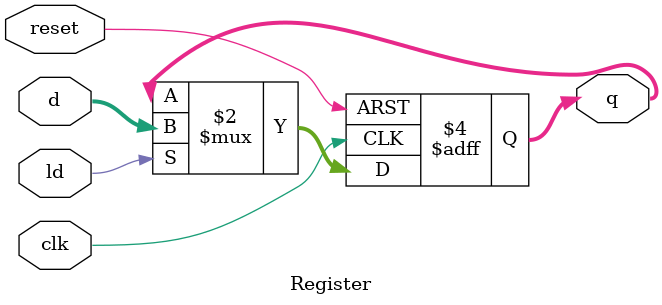
<source format=v>
/**
 * 16-bit register:
 */
 module Register(
     d,
     ld,    // if (load[t] == 1)  out[t+1] = in[t]
     clk,
     reset,
     q);

    input [15:0] d;
    input ld, clk, reset;

    output reg [15:0] q;

    always @ (posedge clk, posedge reset) begin
        if (reset)
            q <= 0;
        else if (ld)
            q <= d;
    end
endmodule

</source>
